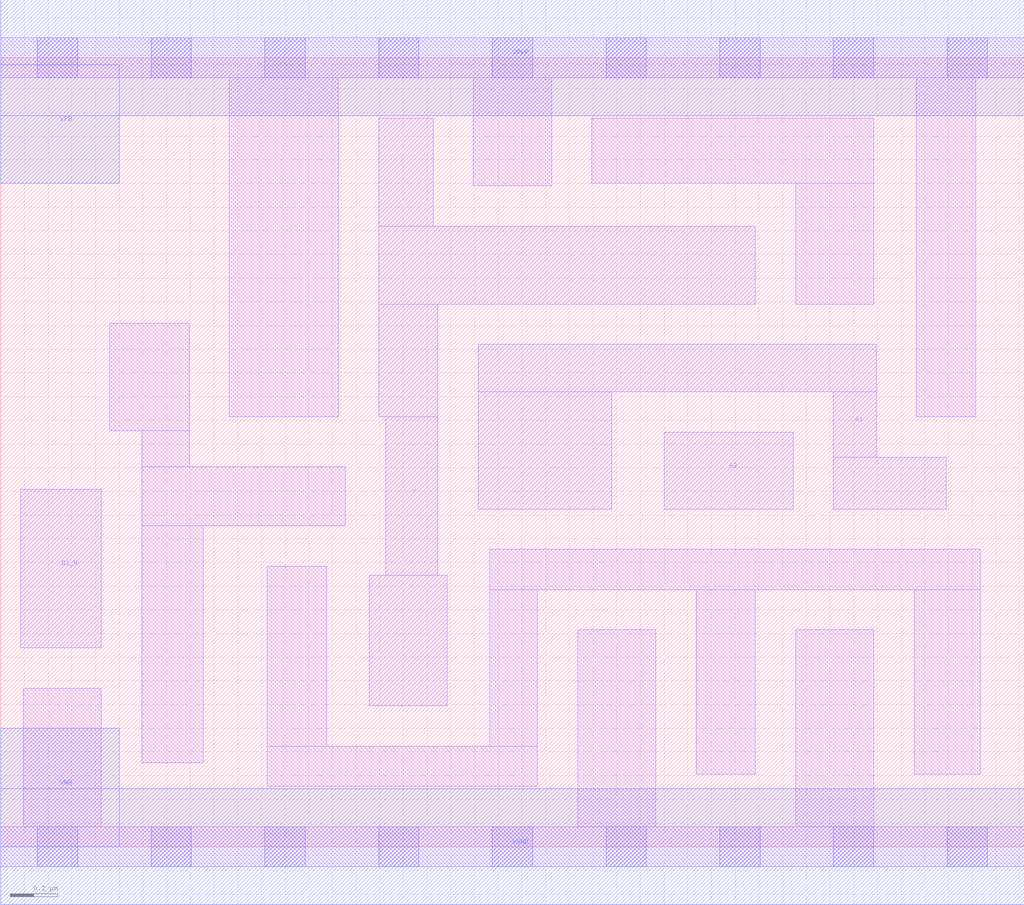
<source format=lef>
# Copyright 2020 The SkyWater PDK Authors
#
# Licensed under the Apache License, Version 2.0 (the "License");
# you may not use this file except in compliance with the License.
# You may obtain a copy of the License at
#
#     https://www.apache.org/licenses/LICENSE-2.0
#
# Unless required by applicable law or agreed to in writing, software
# distributed under the License is distributed on an "AS IS" BASIS,
# WITHOUT WARRANTIES OR CONDITIONS OF ANY KIND, either express or implied.
# See the License for the specific language governing permissions and
# limitations under the License.
#
# SPDX-License-Identifier: Apache-2.0

VERSION 5.5 ;
NAMESCASESENSITIVE ON ;
BUSBITCHARS "[]" ;
DIVIDERCHAR "/" ;
MACRO sky130_fd_sc_lp__o21bai_2
  CLASS CORE ;
  SOURCE USER ;
  ORIGIN  0.000000  0.000000 ;
  SIZE  4.320000 BY  3.330000 ;
  SYMMETRY X Y R90 ;
  SITE unit ;
  PIN A1
    ANTENNAGATEAREA  0.630000 ;
    DIRECTION INPUT ;
    USE SIGNAL ;
    PORT
      LAYER li1 ;
        RECT 2.015000 1.425000 2.580000 1.920000 ;
        RECT 2.015000 1.920000 3.695000 2.120000 ;
        RECT 3.515000 1.425000 3.990000 1.645000 ;
        RECT 3.515000 1.645000 3.695000 1.920000 ;
    END
  END A1
  PIN A2
    ANTENNAGATEAREA  0.630000 ;
    DIRECTION INPUT ;
    USE SIGNAL ;
    PORT
      LAYER li1 ;
        RECT 2.800000 1.425000 3.345000 1.750000 ;
    END
  END A2
  PIN B1_N
    ANTENNAGATEAREA  0.126000 ;
    DIRECTION INPUT ;
    USE SIGNAL ;
    PORT
      LAYER li1 ;
        RECT 0.085000 0.840000 0.425000 1.510000 ;
    END
  END B1_N
  PIN Y
    ANTENNADIFFAREA  0.940800 ;
    DIRECTION OUTPUT ;
    USE SIGNAL ;
    PORT
      LAYER li1 ;
        RECT 1.555000 0.595000 1.885000 1.145000 ;
        RECT 1.595000 1.815000 1.845000 2.290000 ;
        RECT 1.595000 2.290000 3.185000 2.620000 ;
        RECT 1.595000 2.620000 1.825000 3.075000 ;
        RECT 1.625000 1.145000 1.845000 1.815000 ;
    END
  END Y
  PIN VGND
    DIRECTION INOUT ;
    USE GROUND ;
    PORT
      LAYER met1 ;
        RECT 0.000000 -0.245000 4.320000 0.245000 ;
    END
  END VGND
  PIN VNB
    DIRECTION INOUT ;
    USE GROUND ;
    PORT
      LAYER met1 ;
        RECT 0.000000 0.000000 0.500000 0.500000 ;
    END
  END VNB
  PIN VPB
    DIRECTION INOUT ;
    USE POWER ;
    PORT
      LAYER met1 ;
        RECT 0.000000 2.800000 0.500000 3.300000 ;
    END
  END VPB
  PIN VPWR
    DIRECTION INOUT ;
    USE POWER ;
    PORT
      LAYER met1 ;
        RECT 0.000000 3.085000 4.320000 3.575000 ;
    END
  END VPWR
  OBS
    LAYER li1 ;
      RECT 0.000000 -0.085000 4.320000 0.085000 ;
      RECT 0.000000  3.245000 4.320000 3.415000 ;
      RECT 0.095000  0.085000 0.425000 0.670000 ;
      RECT 0.460000  1.755000 0.795000 2.210000 ;
      RECT 0.595000  0.355000 0.855000 1.355000 ;
      RECT 0.595000  1.355000 1.455000 1.605000 ;
      RECT 0.595000  1.605000 0.795000 1.755000 ;
      RECT 0.965000  1.815000 1.425000 3.245000 ;
      RECT 1.125000  0.255000 2.265000 0.425000 ;
      RECT 1.125000  0.425000 1.375000 1.185000 ;
      RECT 1.995000  2.790000 2.325000 3.245000 ;
      RECT 2.065000  0.425000 2.265000 1.085000 ;
      RECT 2.065000  1.085000 4.135000 1.255000 ;
      RECT 2.435000  0.085000 2.765000 0.915000 ;
      RECT 2.495000  2.800000 3.685000 3.075000 ;
      RECT 2.935000  0.305000 3.185000 1.085000 ;
      RECT 3.355000  0.085000 3.685000 0.915000 ;
      RECT 3.355000  2.290000 3.685000 2.800000 ;
      RECT 3.855000  0.305000 4.135000 1.085000 ;
      RECT 3.865000  1.815000 4.115000 3.245000 ;
    LAYER mcon ;
      RECT 0.155000 -0.085000 0.325000 0.085000 ;
      RECT 0.155000  3.245000 0.325000 3.415000 ;
      RECT 0.635000 -0.085000 0.805000 0.085000 ;
      RECT 0.635000  3.245000 0.805000 3.415000 ;
      RECT 1.115000 -0.085000 1.285000 0.085000 ;
      RECT 1.115000  3.245000 1.285000 3.415000 ;
      RECT 1.595000 -0.085000 1.765000 0.085000 ;
      RECT 1.595000  3.245000 1.765000 3.415000 ;
      RECT 2.075000 -0.085000 2.245000 0.085000 ;
      RECT 2.075000  3.245000 2.245000 3.415000 ;
      RECT 2.555000 -0.085000 2.725000 0.085000 ;
      RECT 2.555000  3.245000 2.725000 3.415000 ;
      RECT 3.035000 -0.085000 3.205000 0.085000 ;
      RECT 3.035000  3.245000 3.205000 3.415000 ;
      RECT 3.515000 -0.085000 3.685000 0.085000 ;
      RECT 3.515000  3.245000 3.685000 3.415000 ;
      RECT 3.995000 -0.085000 4.165000 0.085000 ;
      RECT 3.995000  3.245000 4.165000 3.415000 ;
  END
END sky130_fd_sc_lp__o21bai_2
END LIBRARY

</source>
